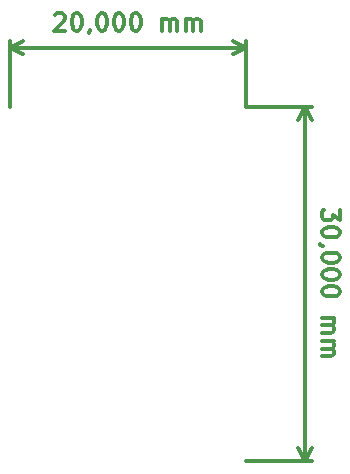
<source format=gbr>
G04 #@! TF.GenerationSoftware,KiCad,Pcbnew,(5.0.0)*
G04 #@! TF.CreationDate,2018-10-15T18:52:21-03:00*
G04 #@! TF.ProjectId,TPMS_Sensor,54504D535F53656E736F722E6B696361,1*
G04 #@! TF.SameCoordinates,Original*
G04 #@! TF.FileFunction,Drawing*
%FSLAX46Y46*%
G04 Gerber Fmt 4.6, Leading zero omitted, Abs format (unit mm)*
G04 Created by KiCad (PCBNEW (5.0.0)) date 10/15/18 18:52:21*
%MOMM*%
%LPD*%
G01*
G04 APERTURE LIST*
%ADD10C,0.300000*%
G04 APERTURE END LIST*
D10*
X143785714Y-62221428D02*
X143857142Y-62150000D01*
X144000000Y-62078571D01*
X144357142Y-62078571D01*
X144500000Y-62150000D01*
X144571428Y-62221428D01*
X144642857Y-62364285D01*
X144642857Y-62507142D01*
X144571428Y-62721428D01*
X143714285Y-63578571D01*
X144642857Y-63578571D01*
X145571428Y-62078571D02*
X145714285Y-62078571D01*
X145857142Y-62150000D01*
X145928571Y-62221428D01*
X146000000Y-62364285D01*
X146071428Y-62650000D01*
X146071428Y-63007142D01*
X146000000Y-63292857D01*
X145928571Y-63435714D01*
X145857142Y-63507142D01*
X145714285Y-63578571D01*
X145571428Y-63578571D01*
X145428571Y-63507142D01*
X145357142Y-63435714D01*
X145285714Y-63292857D01*
X145214285Y-63007142D01*
X145214285Y-62650000D01*
X145285714Y-62364285D01*
X145357142Y-62221428D01*
X145428571Y-62150000D01*
X145571428Y-62078571D01*
X146785714Y-63507142D02*
X146785714Y-63578571D01*
X146714285Y-63721428D01*
X146642857Y-63792857D01*
X147714285Y-62078571D02*
X147857142Y-62078571D01*
X148000000Y-62150000D01*
X148071428Y-62221428D01*
X148142857Y-62364285D01*
X148214285Y-62650000D01*
X148214285Y-63007142D01*
X148142857Y-63292857D01*
X148071428Y-63435714D01*
X148000000Y-63507142D01*
X147857142Y-63578571D01*
X147714285Y-63578571D01*
X147571428Y-63507142D01*
X147500000Y-63435714D01*
X147428571Y-63292857D01*
X147357142Y-63007142D01*
X147357142Y-62650000D01*
X147428571Y-62364285D01*
X147500000Y-62221428D01*
X147571428Y-62150000D01*
X147714285Y-62078571D01*
X149142857Y-62078571D02*
X149285714Y-62078571D01*
X149428571Y-62150000D01*
X149500000Y-62221428D01*
X149571428Y-62364285D01*
X149642857Y-62650000D01*
X149642857Y-63007142D01*
X149571428Y-63292857D01*
X149500000Y-63435714D01*
X149428571Y-63507142D01*
X149285714Y-63578571D01*
X149142857Y-63578571D01*
X149000000Y-63507142D01*
X148928571Y-63435714D01*
X148857142Y-63292857D01*
X148785714Y-63007142D01*
X148785714Y-62650000D01*
X148857142Y-62364285D01*
X148928571Y-62221428D01*
X149000000Y-62150000D01*
X149142857Y-62078571D01*
X150571428Y-62078571D02*
X150714285Y-62078571D01*
X150857142Y-62150000D01*
X150928571Y-62221428D01*
X151000000Y-62364285D01*
X151071428Y-62650000D01*
X151071428Y-63007142D01*
X151000000Y-63292857D01*
X150928571Y-63435714D01*
X150857142Y-63507142D01*
X150714285Y-63578571D01*
X150571428Y-63578571D01*
X150428571Y-63507142D01*
X150357142Y-63435714D01*
X150285714Y-63292857D01*
X150214285Y-63007142D01*
X150214285Y-62650000D01*
X150285714Y-62364285D01*
X150357142Y-62221428D01*
X150428571Y-62150000D01*
X150571428Y-62078571D01*
X152857142Y-63578571D02*
X152857142Y-62578571D01*
X152857142Y-62721428D02*
X152928571Y-62650000D01*
X153071428Y-62578571D01*
X153285714Y-62578571D01*
X153428571Y-62650000D01*
X153500000Y-62792857D01*
X153500000Y-63578571D01*
X153500000Y-62792857D02*
X153571428Y-62650000D01*
X153714285Y-62578571D01*
X153928571Y-62578571D01*
X154071428Y-62650000D01*
X154142857Y-62792857D01*
X154142857Y-63578571D01*
X154857142Y-63578571D02*
X154857142Y-62578571D01*
X154857142Y-62721428D02*
X154928571Y-62650000D01*
X155071428Y-62578571D01*
X155285714Y-62578571D01*
X155428571Y-62650000D01*
X155500000Y-62792857D01*
X155500000Y-63578571D01*
X155500000Y-62792857D02*
X155571428Y-62650000D01*
X155714285Y-62578571D01*
X155928571Y-62578571D01*
X156071428Y-62650000D01*
X156142857Y-62792857D01*
X156142857Y-63578571D01*
X140000000Y-65000000D02*
X160000000Y-65000000D01*
X140000000Y-70000000D02*
X140000000Y-64413579D01*
X160000000Y-70000000D02*
X160000000Y-64413579D01*
X160000000Y-65000000D02*
X158873496Y-65586421D01*
X160000000Y-65000000D02*
X158873496Y-64413579D01*
X140000000Y-65000000D02*
X141126504Y-65586421D01*
X140000000Y-65000000D02*
X141126504Y-64413579D01*
X167921428Y-78714285D02*
X167921428Y-79642857D01*
X167350000Y-79142857D01*
X167350000Y-79357142D01*
X167278571Y-79500000D01*
X167207142Y-79571428D01*
X167064285Y-79642857D01*
X166707142Y-79642857D01*
X166564285Y-79571428D01*
X166492857Y-79500000D01*
X166421428Y-79357142D01*
X166421428Y-78928571D01*
X166492857Y-78785714D01*
X166564285Y-78714285D01*
X167921428Y-80571428D02*
X167921428Y-80714285D01*
X167850000Y-80857142D01*
X167778571Y-80928571D01*
X167635714Y-81000000D01*
X167350000Y-81071428D01*
X166992857Y-81071428D01*
X166707142Y-81000000D01*
X166564285Y-80928571D01*
X166492857Y-80857142D01*
X166421428Y-80714285D01*
X166421428Y-80571428D01*
X166492857Y-80428571D01*
X166564285Y-80357142D01*
X166707142Y-80285714D01*
X166992857Y-80214285D01*
X167350000Y-80214285D01*
X167635714Y-80285714D01*
X167778571Y-80357142D01*
X167850000Y-80428571D01*
X167921428Y-80571428D01*
X166492857Y-81785714D02*
X166421428Y-81785714D01*
X166278571Y-81714285D01*
X166207142Y-81642857D01*
X167921428Y-82714285D02*
X167921428Y-82857142D01*
X167850000Y-83000000D01*
X167778571Y-83071428D01*
X167635714Y-83142857D01*
X167350000Y-83214285D01*
X166992857Y-83214285D01*
X166707142Y-83142857D01*
X166564285Y-83071428D01*
X166492857Y-83000000D01*
X166421428Y-82857142D01*
X166421428Y-82714285D01*
X166492857Y-82571428D01*
X166564285Y-82500000D01*
X166707142Y-82428571D01*
X166992857Y-82357142D01*
X167350000Y-82357142D01*
X167635714Y-82428571D01*
X167778571Y-82500000D01*
X167850000Y-82571428D01*
X167921428Y-82714285D01*
X167921428Y-84142857D02*
X167921428Y-84285714D01*
X167850000Y-84428571D01*
X167778571Y-84500000D01*
X167635714Y-84571428D01*
X167350000Y-84642857D01*
X166992857Y-84642857D01*
X166707142Y-84571428D01*
X166564285Y-84500000D01*
X166492857Y-84428571D01*
X166421428Y-84285714D01*
X166421428Y-84142857D01*
X166492857Y-84000000D01*
X166564285Y-83928571D01*
X166707142Y-83857142D01*
X166992857Y-83785714D01*
X167350000Y-83785714D01*
X167635714Y-83857142D01*
X167778571Y-83928571D01*
X167850000Y-84000000D01*
X167921428Y-84142857D01*
X167921428Y-85571428D02*
X167921428Y-85714285D01*
X167850000Y-85857142D01*
X167778571Y-85928571D01*
X167635714Y-86000000D01*
X167350000Y-86071428D01*
X166992857Y-86071428D01*
X166707142Y-86000000D01*
X166564285Y-85928571D01*
X166492857Y-85857142D01*
X166421428Y-85714285D01*
X166421428Y-85571428D01*
X166492857Y-85428571D01*
X166564285Y-85357142D01*
X166707142Y-85285714D01*
X166992857Y-85214285D01*
X167350000Y-85214285D01*
X167635714Y-85285714D01*
X167778571Y-85357142D01*
X167850000Y-85428571D01*
X167921428Y-85571428D01*
X166421428Y-87857142D02*
X167421428Y-87857142D01*
X167278571Y-87857142D02*
X167350000Y-87928571D01*
X167421428Y-88071428D01*
X167421428Y-88285714D01*
X167350000Y-88428571D01*
X167207142Y-88500000D01*
X166421428Y-88500000D01*
X167207142Y-88500000D02*
X167350000Y-88571428D01*
X167421428Y-88714285D01*
X167421428Y-88928571D01*
X167350000Y-89071428D01*
X167207142Y-89142857D01*
X166421428Y-89142857D01*
X166421428Y-89857142D02*
X167421428Y-89857142D01*
X167278571Y-89857142D02*
X167350000Y-89928571D01*
X167421428Y-90071428D01*
X167421428Y-90285714D01*
X167350000Y-90428571D01*
X167207142Y-90500000D01*
X166421428Y-90500000D01*
X167207142Y-90500000D02*
X167350000Y-90571428D01*
X167421428Y-90714285D01*
X167421428Y-90928571D01*
X167350000Y-91071428D01*
X167207142Y-91142857D01*
X166421428Y-91142857D01*
X165000000Y-70000000D02*
X165000000Y-100000000D01*
X160000000Y-70000000D02*
X165586421Y-70000000D01*
X160000000Y-100000000D02*
X165586421Y-100000000D01*
X165000000Y-100000000D02*
X164413579Y-98873496D01*
X165000000Y-100000000D02*
X165586421Y-98873496D01*
X165000000Y-70000000D02*
X164413579Y-71126504D01*
X165000000Y-70000000D02*
X165586421Y-71126504D01*
M02*

</source>
